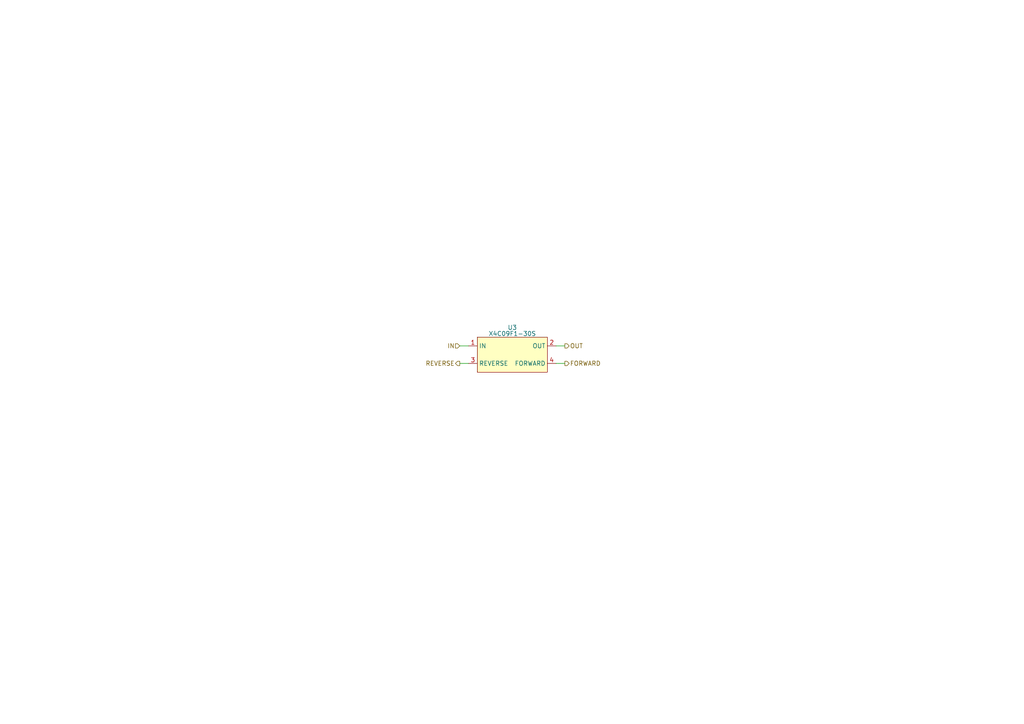
<source format=kicad_sch>
(kicad_sch (version 20231120) (generator "eeschema") (generator_version "8.0")
  (paper "A4")
  (lib_symbols
    (symbol "CUBESAT:X4C09F1-30S"
      (property "Reference" "U" (at 0 7.874 0))
      (property "Value" "X4C09F1-30S" (at 0 6.096 0))
      (symbol "X4C09F1-30S_0_0"
        (pin unspecified line (at -12.7 2.54 0) (length 2.54) (name "IN") (number "1"))
        (pin unspecified line (at 12.7 2.54 180) (length 2.54) (name "OUT") (number "2"))
        (pin unspecified line (at -12.7 -2.54 0) (length 2.54) (name "REVERSE") (number "3"))
        (pin unspecified line (at 12.7 -2.54 180) (length 2.54) (name "FORWARD") (number "4"))
      )
      (symbol "X4C09F1-30S_1_1"
        (rectangle (start -10.16 5.08) (end 10.16 -5.08) (fill (type background)))
      )
    )
  )
  (wire (pts (xy 133.35 100.33) (xy 135.89 100.33)))
  (wire (pts (xy 163.83 105.41) (xy 161.29 105.41)))
  (wire (pts (xy 163.83 100.33) (xy 161.29 100.33)))
  (wire (pts (xy 133.35 105.41) (xy 135.89 105.41)))
  (hierarchical_label "FORWARD" (shape output) (at 163.83 105.41 0))
  (hierarchical_label "OUT" (shape output) (at 163.83 100.33 0))
  (hierarchical_label "IN" (shape input) (at 133.35 100.33 180))
  (hierarchical_label "REVERSE" (shape output) (at 133.35 105.41 180))
  (symbol (lib_id "CUBESAT:X4C09F1-30S") (at 148.59 102.87 0) (unit 1)
    (property "Reference" "U3" (at 148.59 94.996 0))
    (property "Value" "X4C09F1-30S" (at 148.59 96.774 0))
    (property "Datasheet" "https://cdn.ttm.com/repository/products/wireless-xinger/10-20-30-dB-directional-couplers/X4C09F1-30S/X4C09F1-30S.pdf" (effects (hide yes)))
    (property "Description" "30 dB Directional Coupler" (effects (hide yes)))
  )
)
</source>
